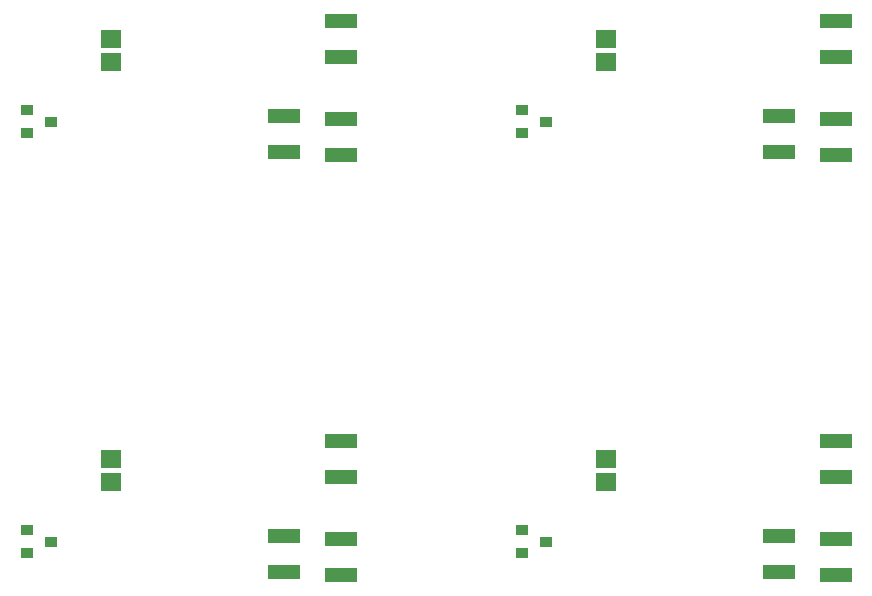
<source format=gbr>
%FSLAX34Y34*%
%MOMM*%
%LNSMDMASK_TOP*%
G71*
G01*
%ADD10R, 2.70X1.20*%
%ADD11R, 1.80X1.50*%
%ADD12R, 1.10X0.90*%
%LPD*%
X327620Y835620D02*
G54D10*
D03*
X327620Y866180D02*
G54D10*
D03*
X133350Y914400D02*
G54D11*
D03*
X133350Y933400D02*
G54D11*
D03*
X327620Y918170D02*
G54D10*
D03*
X327620Y948730D02*
G54D10*
D03*
X82550Y863600D02*
G54D12*
D03*
X62309Y873125D02*
G54D12*
D03*
X62309Y854075D02*
G54D12*
D03*
X279400Y838200D02*
G54D10*
D03*
X279400Y868759D02*
G54D10*
D03*
X746720Y835620D02*
G54D10*
D03*
X746720Y866180D02*
G54D10*
D03*
X552450Y914400D02*
G54D11*
D03*
X552450Y933400D02*
G54D11*
D03*
X746720Y918170D02*
G54D10*
D03*
X746720Y948730D02*
G54D10*
D03*
X501650Y863600D02*
G54D12*
D03*
X481409Y873125D02*
G54D12*
D03*
X481409Y854075D02*
G54D12*
D03*
X698500Y838200D02*
G54D10*
D03*
X698500Y868759D02*
G54D10*
D03*
X327620Y480020D02*
G54D10*
D03*
X327620Y510580D02*
G54D10*
D03*
X133350Y558800D02*
G54D11*
D03*
X133350Y577800D02*
G54D11*
D03*
X327620Y562570D02*
G54D10*
D03*
X327620Y593130D02*
G54D10*
D03*
X82550Y508000D02*
G54D12*
D03*
X62309Y517525D02*
G54D12*
D03*
X62309Y498475D02*
G54D12*
D03*
X279400Y482600D02*
G54D10*
D03*
X279400Y513159D02*
G54D10*
D03*
X746720Y480020D02*
G54D10*
D03*
X746720Y510580D02*
G54D10*
D03*
X552450Y558800D02*
G54D11*
D03*
X552450Y577800D02*
G54D11*
D03*
X746720Y562570D02*
G54D10*
D03*
X746720Y593130D02*
G54D10*
D03*
X501650Y508000D02*
G54D12*
D03*
X481409Y517525D02*
G54D12*
D03*
X481409Y498475D02*
G54D12*
D03*
X698500Y482600D02*
G54D10*
D03*
X698500Y513159D02*
G54D10*
D03*
M02*

</source>
